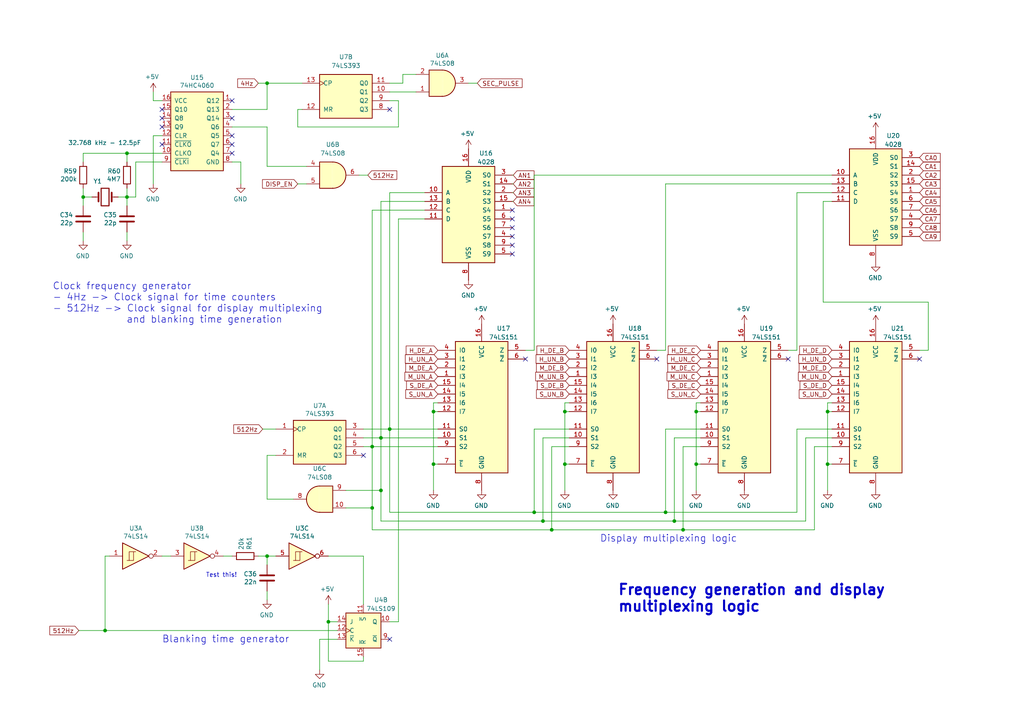
<source format=kicad_sch>
(kicad_sch (version 20211123) (generator eeschema)
  (paper "A4")
  (title_block (title "NixieTTL Clock") (rev "0"))
  (lib_symbols
    (symbol "4xxx:4028" (pin_names (offset 1.016))
      (property "Reference" "U" (at -7.62 13.97 0))
      (property "Value" "4028" (at -7.62 -16.51 0))
      (symbol "4028_1_0"
        (pin output line (at 12.7 0 180) (length 5.08) (name "S4") (number "1"))
        (pin input line (at -12.7 5.08 0) (length 5.08) (name "A") (number "10"))
        (pin input line (at -12.7 -2.54 0) (length 5.08) (name "D") (number "11"))
        (pin input line (at -12.7 0 0) (length 5.08) (name "C") (number "12"))
        (pin input line (at -12.7 2.54 0) (length 5.08) (name "B") (number "13"))
        (pin output line (at 12.7 7.62 180) (length 5.08) (name "S1") (number "14"))
        (pin output line (at 12.7 2.54 180) (length 5.08) (name "S3") (number "15"))
        (pin power_in line (at 0 17.78 270) (length 5.08) (name "VDD") (number "16"))
        (pin output line (at 12.7 5.08 180) (length 5.08) (name "S2") (number "2"))
        (pin output line (at 12.7 10.16 180) (length 5.08) (name "S0") (number "3"))
        (pin output line (at 12.7 -7.62 180) (length 5.08) (name "S7") (number "4"))
        (pin output line (at 12.7 -12.7 180) (length 5.08) (name "S9") (number "5"))
        (pin output line (at 12.7 -2.54 180) (length 5.08) (name "S5") (number "6"))
        (pin output line (at 12.7 -5.08 180) (length 5.08) (name "S6") (number "7"))
        (pin power_in line (at 0 -20.32 90) (length 5.08) (name "VSS") (number "8"))
        (pin output line (at 12.7 -10.16 180) (length 5.08) (name "S8") (number "9"))
      )
      (symbol "4028_1_1"
        (rectangle (start -7.62 12.7) (end 7.62 -15.24) (stroke (width 0.254)) (fill (type background)))
      )
    )
    (symbol "74xx:74LS08" (pin_names (offset 1.016))
      (property "Reference" "U" (at 0 1.27 0))
      (property "Value" "74LS08" (at 0 -1.27 0))
      (symbol "74LS08_1_1"
        (arc (start 0 -3.81) (mid 3.81 0) (end 0 3.81) (stroke (width 0.254)) (fill (type background)))
        (polyline (pts (xy 0 3.81) (xy -3.81 3.81) (xy -3.81 -3.81) (xy 0 -3.81)) (stroke (width 0.254)) (fill (type background)))
        (pin input line (at -7.62 2.54 0) (length 3.81) (name "~") (number "1"))
        (pin input line (at -7.62 -2.54 0) (length 3.81) (name "~") (number "2"))
        (pin output line (at 7.62 0 180) (length 3.81) (name "~") (number "3"))
      )
      (symbol "74LS08_1_2"
        (arc (start -3.81 -3.81) (mid -2.589 0) (end -3.81 3.81) (stroke (width 0.254)))
        (arc (start -0.6096 -3.81) (mid 2.1855 -2.584) (end 3.81 0) (stroke (width 0.254)) (fill (type background)))
        (polyline (pts (xy -3.81 -3.81) (xy -0.635 -3.81)) (stroke (width 0.254)) (fill (type background)))
        (polyline (pts (xy -3.81 3.81) (xy -0.635 3.81)) (stroke (width 0.254)) (fill (type background)))
        (polyline (pts (xy -0.635 3.81) (xy -3.81 3.81) (xy -3.81 3.81) (xy -3.556 3.4036) (xy -3.0226 2.2606) (xy -2.6924 1.0414) (xy -2.6162 -0.254) (xy -2.7686 -1.4986) (xy -3.175 -2.7178) (xy -3.81 -3.81) (xy -3.81 -3.81) (xy -0.635 -3.81)) (stroke (width -25.4)) (fill (type background)))
        (arc (start 3.81 0) (mid 2.1928 2.5925) (end -0.6096 3.81) (stroke (width 0.254)) (fill (type background)))
        (pin input inverted (at -7.62 2.54 0) (length 4.318) (name "~") (number "1"))
        (pin input inverted (at -7.62 -2.54 0) (length 4.318) (name "~") (number "2"))
        (pin output inverted (at 7.62 0 180) (length 3.81) (name "~") (number "3"))
      )
      (symbol "74LS08_2_1"
        (arc (start 0 -3.81) (mid 3.81 0) (end 0 3.81) (stroke (width 0.254)) (fill (type background)))
        (polyline (pts (xy 0 3.81) (xy -3.81 3.81) (xy -3.81 -3.81) (xy 0 -3.81)) (stroke (width 0.254)) (fill (type background)))
        (pin input line (at -7.62 2.54 0) (length 3.81) (name "~") (number "4"))
        (pin input line (at -7.62 -2.54 0) (length 3.81) (name "~") (number "5"))
        (pin output line (at 7.62 0 180) (length 3.81) (name "~") (number "6"))
      )
      (symbol "74LS08_2_2"
        (arc (start -3.81 -3.81) (mid -2.589 0) (end -3.81 3.81) (stroke (width 0.254)))
        (arc (start -0.6096 -3.81) (mid 2.1855 -2.584) (end 3.81 0) (stroke (width 0.254)) (fill (type background)))
        (polyline (pts (xy -3.81 -3.81) (xy -0.635 -3.81)) (stroke (width 0.254)) (fill (type background)))
        (polyline (pts (xy -3.81 3.81) (xy -0.635 3.81)) (stroke (width 0.254)) (fill (type background)))
        (polyline (pts (xy -0.635 3.81) (xy -3.81 3.81) (xy -3.81 3.81) (xy -3.556 3.4036) (xy -3.0226 2.2606) (xy -2.6924 1.0414) (xy -2.6162 -0.254) (xy -2.7686 -1.4986) (xy -3.175 -2.7178) (xy -3.81 -3.81) (xy -3.81 -3.81) (xy -0.635 -3.81)) (stroke (width -25.4)) (fill (type background)))
        (arc (start 3.81 0) (mid 2.1928 2.5925) (end -0.6096 3.81) (stroke (width 0.254)) (fill (type background)))
        (pin input inverted (at -7.62 2.54 0) (length 4.318) (name "~") (number "4"))
        (pin input inverted (at -7.62 -2.54 0) (length 4.318) (name "~") (number "5"))
        (pin output inverted (at 7.62 0 180) (length 3.81) (name "~") (number "6"))
      )
      (symbol "74LS08_3_1"
        (arc (start 0 -3.81) (mid 3.81 0) (end 0 3.81) (stroke (width 0.254)) (fill (type background)))
        (polyline (pts (xy 0 3.81) (xy -3.81 3.81) (xy -3.81 -3.81) (xy 0 -3.81)) (stroke (width 0.254)) (fill (type background)))
        (pin input line (at -7.62 -2.54 0) (length 3.81) (name "~") (number "10"))
        (pin output line (at 7.62 0 180) (length 3.81) (name "~") (number "8"))
        (pin input line (at -7.62 2.54 0) (length 3.81) (name "~") (number "9"))
      )
      (symbol "74LS08_3_2"
        (arc (start -3.81 -3.81) (mid -2.589 0) (end -3.81 3.81) (stroke (width 0.254)))
        (arc (start -0.6096 -3.81) (mid 2.1855 -2.584) (end 3.81 0) (stroke (width 0.254)) (fill (type background)))
        (polyline (pts (xy -3.81 -3.81) (xy -0.635 -3.81)) (stroke (width 0.254)) (fill (type background)))
        (polyline (pts (xy -3.81 3.81) (xy -0.635 3.81)) (stroke (width 0.254)) (fill (type background)))
        (polyline (pts (xy -0.635 3.81) (xy -3.81 3.81) (xy -3.81 3.81) (xy -3.556 3.4036) (xy -3.0226 2.2606) (xy -2.6924 1.0414) (xy -2.6162 -0.254) (xy -2.7686 -1.4986) (xy -3.175 -2.7178) (xy -3.81 -3.81) (xy -3.81 -3.81) (xy -0.635 -3.81)) (stroke (width -25.4)) (fill (type background)))
        (arc (start 3.81 0) (mid 2.1928 2.5925) (end -0.6096 3.81) (stroke (width 0.254)) (fill (type background)))
        (pin input inverted (at -7.62 -2.54 0) (length 4.318) (name "~") (number "10"))
        (pin output inverted (at 7.62 0 180) (length 3.81) (name "~") (number "8"))
        (pin input inverted (at -7.62 2.54 0) (length 4.318) (name "~") (number "9"))
      )
      (symbol "74LS08_4_1"
        (arc (start 0 -3.81) (mid 3.81 0) (end 0 3.81) (stroke (width 0.254)) (fill (type background)))
        (polyline (pts (xy 0 3.81) (xy -3.81 3.81) (xy -3.81 -3.81) (xy 0 -3.81)) (stroke (width 0.254)) (fill (type background)))
        (pin output line (at 7.62 0 180) (length 3.81) (name "~") (number "11"))
        (pin input line (at -7.62 2.54 0) (length 3.81) (name "~") (number "12"))
        (pin input line (at -7.62 -2.54 0) (length 3.81) (name "~") (number "13"))
      )
      (symbol "74LS08_4_2"
        (arc (start -3.81 -3.81) (mid -2.589 0) (end -3.81 3.81) (stroke (width 0.254)))
        (arc (start -0.6096 -3.81) (mid 2.1855 -2.584) (end 3.81 0) (stroke (width 0.254)) (fill (type background)))
        (polyline (pts (xy -3.81 -3.81) (xy -0.635 -3.81)) (stroke (width 0.254)) (fill (type background)))
        (polyline (pts (xy -3.81 3.81) (xy -0.635 3.81)) (stroke (width 0.254)) (fill (type background)))
        (polyline (pts (xy -0.635 3.81) (xy -3.81 3.81) (xy -3.81 3.81) (xy -3.556 3.4036) (xy -3.0226 2.2606) (xy -2.6924 1.0414) (xy -2.6162 -0.254) (xy -2.7686 -1.4986) (xy -3.175 -2.7178) (xy -3.81 -3.81) (xy -3.81 -3.81) (xy -0.635 -3.81)) (stroke (width -25.4)) (fill (type background)))
        (arc (start 3.81 0) (mid 2.1928 2.5925) (end -0.6096 3.81) (stroke (width 0.254)) (fill (type background)))
        (pin output inverted (at 7.62 0 180) (length 3.81) (name "~") (number "11"))
        (pin input inverted (at -7.62 2.54 0) (length 4.318) (name "~") (number "12"))
        (pin input inverted (at -7.62 -2.54 0) (length 4.318) (name "~") (number "13"))
      )
      (symbol "74LS08_5_0"
        (pin power_in line (at 0 12.7 270) (length 5.08) (name "VCC") (number "14"))
        (pin power_in line (at 0 -12.7 90) (length 5.08) (name "GND") (number "7"))
      )
      (symbol "74LS08_5_1"
        (rectangle (start -5.08 7.62) (end 5.08 -7.62) (stroke (width 0.254)) (fill (type background)))
      )
    )
    (symbol "74xx:74LS109" (pin_names (offset 1.016))
      (property "Reference" "U" (at -7.62 8.89 0))
      (property "Value" "74LS109" (at -7.62 -8.89 0))
      (symbol "74LS109_1_0"
        (pin input line (at 0 -7.62 90) (length 2.54) (name "~{R}") (number "1"))
        (pin input line (at -7.62 2.54 0) (length 2.54) (name "J") (number "2"))
        (pin input line (at -7.62 -2.54 0) (length 2.54) (name "~{K}") (number "3"))
        (pin input clock (at -7.62 0 0) (length 2.54) (name "C") (number "4"))
        (pin input line (at 0 7.62 270) (length 2.54) (name "~{S}") (number "5"))
        (pin output line (at 7.62 2.54 180) (length 2.54) (name "Q") (number "6"))
        (pin output line (at 7.62 -2.54 180) (length 2.54) (name "~{Q}") (number "7"))
      )
      (symbol "74LS109_1_1"
        (rectangle (start -5.08 5.08) (end 5.08 -5.08) (stroke (width 0.254)) (fill (type background)))
      )
      (symbol "74LS109_2_0"
        (pin output line (at 7.62 2.54 180) (length 2.54) (name "Q") (number "10"))
        (pin input line (at 0 7.62 270) (length 2.54) (name "~{S}") (number "11"))
        (pin input clock (at -7.62 0 0) (length 2.54) (name "C") (number "12"))
        (pin input line (at -7.62 -2.54 0) (length 2.54) (name "~{K}") (number "13"))
        (pin input line (at -7.62 2.54 0) (length 2.54) (name "J") (number "14"))
        (pin input line (at 0 -7.62 90) (length 2.54) (name "~{R}") (number "15"))
        (pin output line (at 7.62 -2.54 180) (length 2.54) (name "~{Q}") (number "9"))
      )
      (symbol "74LS109_2_1"
        (rectangle (start -5.08 5.08) (end 5.08 -5.08) (stroke (width 0.254)) (fill (type background)))
      )
      (symbol "74LS109_3_0"
        (pin power_in line (at 0 10.16 270) (length 2.54) (name "VCC") (number "16"))
        (pin power_in line (at 0 -10.16 90) (length 2.54) (name "GND") (number "8"))
      )
      (symbol "74LS109_3_1"
        (rectangle (start -5.08 7.62) (end 5.08 -7.62) (stroke (width 0.254)) (fill (type background)))
      )
    )
    (symbol "74xx:74LS14" (pin_names (offset 1.016))
      (property "Reference" "U" (at 0 1.27 0))
      (property "Value" "74LS14" (at 0 -1.27 0))
      (symbol "74LS14_1_0"
        (polyline (pts (xy -3.81 3.81) (xy -3.81 -3.81) (xy 3.81 0) (xy -3.81 3.81)) (stroke (width 0.254)) (fill (type background)))
        (pin input line (at -7.62 0 0) (length 3.81) (name "~") (number "1"))
        (pin output inverted (at 7.62 0 180) (length 3.81) (name "~") (number "2"))
      )
      (symbol "74LS14_1_1"
        (polyline (pts (xy -1.905 -1.27) (xy -1.905 1.27) (xy -0.635 1.27)))
        (polyline (pts (xy -2.54 -1.27) (xy -0.635 -1.27) (xy -0.635 1.27) (xy 0 1.27)))
      )
      (symbol "74LS14_2_0"
        (polyline (pts (xy -3.81 3.81) (xy -3.81 -3.81) (xy 3.81 0) (xy -3.81 3.81)) (stroke (width 0.254)) (fill (type background)))
        (pin input line (at -7.62 0 0) (length 3.81) (name "~") (number "3"))
        (pin output inverted (at 7.62 0 180) (length 3.81) (name "~") (number "4"))
      )
      (symbol "74LS14_2_1"
        (polyline (pts (xy -1.905 -1.27) (xy -1.905 1.27) (xy -0.635 1.27)))
        (polyline (pts (xy -2.54 -1.27) (xy -0.635 -1.27) (xy -0.635 1.27) (xy 0 1.27)))
      )
      (symbol "74LS14_3_0"
        (polyline (pts (xy -3.81 3.81) (xy -3.81 -3.81) (xy 3.81 0) (xy -3.81 3.81)) (stroke (width 0.254)) (fill (type background)))
        (pin input line (at -7.62 0 0) (length 3.81) (name "~") (number "5"))
        (pin output inverted (at 7.62 0 180) (length 3.81) (name "~") (number "6"))
      )
      (symbol "74LS14_3_1"
        (polyline (pts (xy -1.905 -1.27) (xy -1.905 1.27) (xy -0.635 1.27)))
        (polyline (pts (xy -2.54 -1.27) (xy -0.635 -1.27) (xy -0.635 1.27) (xy 0 1.27)))
      )
      (symbol "74LS14_4_0"
        (polyline (pts (xy -3.81 3.81) (xy -3.81 -3.81) (xy 3.81 0) (xy -3.81 3.81)) (stroke (width 0.254)) (fill (type background)))
        (pin output inverted (at 7.62 0 180) (length 3.81) (name "~") (number "8"))
        (pin input line (at -7.62 0 0) (length 3.81) (name "~") (number "9"))
      )
      (symbol "74LS14_4_1"
        (polyline (pts (xy -1.905 -1.27) (xy -1.905 1.27) (xy -0.635 1.27)))
        (polyline (pts (xy -2.54 -1.27) (xy -0.635 -1.27) (xy -0.635 1.27) (xy 0 1.27)))
      )
      (symbol "74LS14_5_0"
        (polyline (pts (xy -3.81 3.81) (xy -3.81 -3.81) (xy 3.81 0) (xy -3.81 3.81)) (stroke (width 0.254)) (fill (type background)))
        (pin output inverted (at 7.62 0 180) (length 3.81) (name "~") (number "10"))
        (pin input line (at -7.62 0 0) (length 3.81) (name "~") (number "11"))
      )
      (symbol "74LS14_5_1"
        (polyline (pts (xy -1.905 -1.27) (xy -1.905 1.27) (xy -0.635 1.27)))
        (polyline (pts (xy -2.54 -1.27) (xy -0.635 -1.27) (xy -0.635 1.27) (xy 0 1.27)))
      )
      (symbol "74LS14_6_0"
        (polyline (pts (xy -3.81 3.81) (xy -3.81 -3.81) (xy 3.81 0) (xy -3.81 3.81)) (stroke (width 0.254)) (fill (type background)))
        (pin output inverted (at 7.62 0 180) (length 3.81) (name "~") (number "12"))
        (pin input line (at -7.62 0 0) (length 3.81) (name "~") (number "13"))
      )
      (symbol "74LS14_6_1"
        (polyline (pts (xy -1.905 -1.27) (xy -1.905 1.27) (xy -0.635 1.27)))
        (polyline (pts (xy -2.54 -1.27) (xy -0.635 -1.27) (xy -0.635 1.27) (xy 0 1.27)))
      )
      (symbol "74LS14_7_0"
        (pin power_in line (at 0 12.7 270) (length 5.08) (name "VCC") (number "14"))
        (pin power_in line (at 0 -12.7 90) (length 5.08) (name "GND") (number "7"))
      )
      (symbol "74LS14_7_1"
        (rectangle (start -5.08 7.62) (end 5.08 -7.62) (stroke (width 0.254)) (fill (type background)))
      )
    )
    (symbol "74xx:74LS151" (pin_names (offset 1.016))
      (property "Reference" "U" (at -7.62 19.05 0))
      (property "Value" "74LS151" (at -7.62 -21.59 0))
      (symbol "74LS151_1_0"
        (pin input line (at -12.7 7.62 0) (length 5.08) (name "I3") (number "1"))
        (pin input line (at -12.7 -10.16 0) (length 5.08) (name "S1") (number "10"))
        (pin input line (at -12.7 -7.62 0) (length 5.08) (name "S0") (number "11"))
        (pin input line (at -12.7 -2.54 0) (length 5.08) (name "I7") (number "12"))
        (pin input line (at -12.7 0 0) (length 5.08) (name "I6") (number "13"))
        (pin input line (at -12.7 2.54 0) (length 5.08) (name "I5") (number "14"))
        (pin input line (at -12.7 5.08 0) (length 5.08) (name "I4") (number "15"))
        (pin power_in line (at 0 22.86 270) (length 5.08) (name "VCC") (number "16"))
        (pin input line (at -12.7 10.16 0) (length 5.08) (name "I2") (number "2"))
        (pin input line (at -12.7 12.7 0) (length 5.08) (name "I1") (number "3"))
        (pin input line (at -12.7 15.24 0) (length 5.08) (name "I0") (number "4"))
        (pin output line (at 12.7 15.24 180) (length 5.08) (name "Z") (number "5"))
        (pin output line (at 12.7 12.7 180) (length 5.08) (name "~{Z}") (number "6"))
        (pin input line (at -12.7 -17.78 0) (length 5.08) (name "~{E}") (number "7"))
        (pin power_in line (at 0 -25.4 90) (length 5.08) (name "GND") (number "8"))
        (pin input line (at -12.7 -12.7 0) (length 5.08) (name "S2") (number "9"))
      )
      (symbol "74LS151_1_1"
        (rectangle (start -7.62 17.78) (end 7.62 -20.32) (stroke (width 0.254)) (fill (type background)))
      )
    )
    (symbol "74xx:74LS393" (pin_names (offset 1.016))
      (property "Reference" "U" (at -7.62 8.89 0))
      (property "Value" "74LS393" (at -7.62 -8.89 0))
      (symbol "74LS393_1_0"
        (pin input clock (at -12.7 2.54 0) (length 5.08) (name "CP") (number "1"))
        (pin input line (at -12.7 -5.08 0) (length 5.08) (name "MR") (number "2"))
        (pin output line (at 12.7 2.54 180) (length 5.08) (name "Q0") (number "3"))
        (pin output line (at 12.7 0 180) (length 5.08) (name "Q1") (number "4"))
        (pin output line (at 12.7 -2.54 180) (length 5.08) (name "Q2") (number "5"))
        (pin output line (at 12.7 -5.08 180) (length 5.08) (name "Q3") (number "6"))
      )
      (symbol "74LS393_1_1"
        (rectangle (start -7.62 5.08) (end 7.62 -7.62) (stroke (width 0.254)) (fill (type background)))
      )
      (symbol "74LS393_2_0"
        (pin output line (at 12.7 0 180) (length 5.08) (name "Q1") (number "10"))
        (pin output line (at 12.7 2.54 180) (length 5.08) (name "Q0") (number "11"))
        (pin input line (at -12.7 -5.08 0) (length 5.08) (name "MR") (number "12"))
        (pin input clock (at -12.7 2.54 0) (length 5.08) (name "CP") (number "13"))
        (pin output line (at 12.7 -5.08 180) (length 5.08) (name "Q3") (number "8"))
        (pin output line (at 12.7 -2.54 180) (length 5.08) (name "Q2") (number "9"))
      )
      (symbol "74LS393_2_1"
        (rectangle (start -7.62 5.08) (end 7.62 -7.62) (stroke (width 0.254)) (fill (type background)))
      )
      (symbol "74LS393_3_0"
        (pin power_in line (at 0 12.7 270) (length 5.08) (name "VCC") (number "14"))
        (pin power_in line (at 0 -12.7 90) (length 5.08) (name "GND") (number "7"))
      )
      (symbol "74LS393_3_1"
        (rectangle (start -5.08 7.62) (end 5.08 -7.62) (stroke (width 0.254)) (fill (type background)))
      )
    )
    (symbol "Device:C" (pin_numbers hide) (pin_names (offset 0.254))
      (property "Reference" "C" (at 0.635 2.54 0))
      (property "Value" "C" (at 0.635 -2.54 0))
      (symbol "C_0_1"
        (polyline (pts (xy -2.032 -0.762) (xy 2.032 -0.762)) (stroke (width 0.508)))
        (polyline (pts (xy -2.032 0.762) (xy 2.032 0.762)) (stroke (width 0.508)))
      )
      (symbol "C_1_1"
        (pin passive line (at 0 3.81 270) (length 2.794) (name "~") (number "1"))
        (pin passive line (at 0 -3.81 90) (length 2.794) (name "~") (number "2"))
      )
    )
    (symbol "Device:Crystal" (pin_numbers hide) (pin_names (offset 1.016) hide)
      (property "Reference" "Y" (at 0 3.81 0))
      (property "Value" "Crystal" (at 0 -3.81 0))
      (symbol "Crystal_0_1"
        (rectangle (start -1.143 2.54) (end 1.143 -2.54) (stroke (width 0.3048)))
        (polyline (pts (xy -2.54 0) (xy -1.905 0)))
        (polyline (pts (xy -1.905 -1.27) (xy -1.905 1.27)) (stroke (width 0.508)))
        (polyline (pts (xy 1.905 -1.27) (xy 1.905 1.27)) (stroke (width 0.508)))
        (polyline (pts (xy 2.54 0) (xy 1.905 0)))
      )
      (symbol "Crystal_1_1"
        (pin passive line (at -3.81 0 0) (length 1.27) (name "1") (number "1"))
        (pin passive line (at 3.81 0 180) (length 1.27) (name "2") (number "2"))
      )
    )
    (symbol "Device:R" (pin_numbers hide) (pin_names (offset 0))
      (property "Reference" "R" (at 2.032 0 90))
      (property "Value" "R" (at 0 0 90))
      (symbol "R_0_1"
        (rectangle (start -1.016 -2.54) (end 1.016 2.54) (stroke (width 0.254)))
      )
      (symbol "R_1_1"
        (pin passive line (at 0 3.81 270) (length 1.27) (name "~") (number "1"))
        (pin passive line (at 0 -3.81 90) (length 1.27) (name "~") (number "2"))
      )
    )
    (symbol "NixieClock:74HC4060" (pin_names (offset 1.016))
      (property "Reference" "U" (at 0 15.24 0))
      (property "Value" "74HC4060" (at 0 12.7 0))
      (symbol "74HC4060_0_1"
        (rectangle (start -7.62 11.43) (end 7.62 -11.43) (stroke (width 0.254)) (fill (type background)))
      )
      (symbol "74HC4060_1_1"
        (pin output line (at -10.16 8.89 0) (length 2.54) (name "Q12") (number "1"))
        (pin passive line (at 10.16 -6.35 180) (length 2.54) (name "CLKO") (number "10"))
        (pin passive line (at 10.16 -3.81 180) (length 2.54) (name "~{CLKO}") (number "11"))
        (pin input line (at 10.16 -1.27 180) (length 2.54) (name "CLR") (number "12"))
        (pin output line (at 10.16 1.27 180) (length 2.54) (name "Q9") (number "13"))
        (pin output line (at 10.16 3.81 180) (length 2.54) (name "Q8") (number "14"))
        (pin output line (at 10.16 6.35 180) (length 2.54) (name "Q10") (number "15"))
        (pin power_in line (at 10.16 8.89 180) (length 2.54) (name "VCC") (number "16"))
        (pin output line (at -10.16 6.35 0) (length 2.54) (name "Q13") (number "2"))
        (pin output line (at -10.16 3.81 0) (length 2.54) (name "Q14") (number "3"))
        (pin output line (at -10.16 1.27 0) (length 2.54) (name "Q6") (number "4"))
        (pin output line (at -10.16 -1.27 0) (length 2.54) (name "Q5") (number "5"))
        (pin output line (at -10.16 -3.81 0) (length 2.54) (name "Q7") (number "6"))
        (pin output line (at -10.16 -6.35 0) (length 2.54) (name "Q4") (number "7"))
        (pin power_in line (at -10.16 -8.89 0) (length 2.54) (name "GND") (number "8"))
        (pin passive line (at 10.16 -8.89 180) (length 2.54) (name "~{CLKI}") (number "9"))
      )
    )
    (symbol "power:+5V" (power) (pin_names (offset 0))
      (property "Value" "+5V" (at 0 3.556 0))
      (symbol "+5V_0_1"
        (polyline (pts (xy -0.762 1.27) (xy 0 2.54)))
        (polyline (pts (xy 0 0) (xy 0 2.54)))
        (polyline (pts (xy 0 2.54) (xy 0.762 1.27)))
      )
      (symbol "+5V_1_1"
        (pin power_in line (at 0 0 90) (length 0) hide (name "+5V") (number "1"))
      )
    )
    (symbol "power:GND" (power) (pin_names (offset 0))
      (property "Value" "GND" (at 0 -3.81 0))
      (symbol "GND_0_1"
        (polyline (pts (xy 0 0) (xy 0 -1.27) (xy 1.27 -1.27) (xy 0 -2.54) (xy -1.27 -1.27) (xy 0 -1.27)))
      )
      (symbol "GND_1_1"
        (pin power_in line (at 0 0 270) (length 0) hide (name "GND") (number "1"))
      )
    )
  )
  (junction (at 77.47 24.13))
  (junction (at 201.93 134.62))
  (junction (at 195.58 151.13))
  (junction (at 163.83 134.62))
  (junction (at 125.73 119.38))
  (junction (at 107.95 147.32))
  (junction (at 110.49 127))
  (junction (at 240.03 119.38))
  (junction (at 36.83 44.45))
  (junction (at 201.93 119.38))
  (junction (at 163.83 119.38))
  (junction (at 110.49 142.24))
  (junction (at 125.73 134.62))
  (junction (at 160.02 153.67))
  (junction (at 157.48 151.13))
  (junction (at 95.25 180.34))
  (junction (at 107.95 129.54))
  (junction (at 77.47 161.29))
  (junction (at 240.03 134.62))
  (junction (at 36.83 57.15))
  (junction (at 24.13 57.15))
  (junction (at 30.48 182.88))
  (junction (at 198.12 153.67))
  (junction (at 193.04 148.59))
  (junction (at 113.03 124.46))
  (junction (at 154.94 148.59))
  (no_connect (at 148.59 71.12))
  (no_connect (at 46.99 31.75))
  (no_connect (at 67.31 39.37))
  (no_connect (at 67.31 41.91))
  (no_connect (at 67.31 29.21))
  (no_connect (at 105.41 132.08))
  (no_connect (at 266.7 104.14))
  (no_connect (at 67.31 44.45))
  (no_connect (at 67.31 34.29))
  (no_connect (at 148.59 63.5))
  (no_connect (at 148.59 60.96))
  (no_connect (at 113.03 31.75))
  (no_connect (at 152.4 104.14))
  (no_connect (at 148.59 68.58))
  (no_connect (at 46.99 34.29))
  (no_connect (at 148.59 66.04))
  (no_connect (at 148.59 73.66))
  (no_connect (at 190.5 104.14))
  (no_connect (at 228.6 104.14))
  (no_connect (at 46.99 36.83))
  (no_connect (at 46.99 41.91))
  (no_connect (at 113.03 185.42))
  (wire (pts (xy 44.45 29.21) (xy 44.45 26.67)))
  (wire (pts (xy 123.19 58.42) (xy 110.49 58.42)))
  (wire (pts (xy 201.93 134.62) (xy 201.93 119.38)))
  (wire (pts (xy 127 124.46) (xy 113.03 124.46)))
  (wire (pts (xy 107.95 147.32) (xy 107.95 153.67)))
  (wire (pts (xy 76.2 124.46) (xy 80.01 124.46)))
  (wire (pts (xy 198.12 153.67) (xy 160.02 153.67)))
  (wire (pts (xy 97.79 185.42) (xy 92.71 185.42)))
  (wire (pts (xy 36.83 57.15) (xy 36.83 59.69)))
  (wire (pts (xy 193.04 53.34) (xy 241.3 53.34)))
  (wire (pts (xy 86.36 36.83) (xy 86.36 31.75)))
  (wire (pts (xy 36.83 67.31) (xy 36.83 69.85)))
  (wire (pts (xy 110.49 127) (xy 127 127)))
  (wire (pts (xy 77.47 144.78) (xy 85.09 144.78)))
  (wire (pts (xy 26.67 57.15) (xy 24.13 57.15)))
  (wire (pts (xy 201.93 142.24) (xy 201.93 134.62)))
  (wire (pts (xy 86.36 31.75) (xy 87.63 31.75)))
  (wire (pts (xy 148.844 55.88) (xy 148.59 55.88)))
  (wire (pts (xy 100.33 147.32) (xy 107.95 147.32)))
  (wire (pts (xy 107.95 129.54) (xy 107.95 147.32)))
  (wire (pts (xy 228.6 101.6) (xy 231.14 101.6)))
  (wire (pts (xy 125.73 119.38) (xy 125.73 116.84)))
  (wire (pts (xy 106.68 50.8) (xy 104.14 50.8)))
  (wire (pts (xy 107.95 153.67) (xy 160.02 153.67)))
  (wire (pts (xy 201.93 134.62) (xy 203.2 134.62)))
  (wire (pts (xy 77.47 132.08) (xy 77.47 144.78)))
  (wire (pts (xy 201.93 119.38) (xy 203.2 119.38)))
  (wire (pts (xy 241.3 124.46) (xy 231.14 124.46)))
  (wire (pts (xy 154.94 124.46) (xy 154.94 148.59)))
  (wire (pts (xy 116.84 21.59) (xy 116.84 24.13)))
  (wire (pts (xy 163.83 116.84) (xy 165.1 116.84)))
  (wire (pts (xy 125.73 142.24) (xy 125.73 134.62)))
  (wire (pts (xy 201.93 116.84) (xy 203.2 116.84)))
  (wire (pts (xy 115.57 36.83) (xy 86.36 36.83)))
  (wire (pts (xy 46.99 29.21) (xy 44.45 29.21)))
  (wire (pts (xy 163.83 142.24) (xy 163.83 134.62)))
  (wire (pts (xy 39.37 46.99) (xy 46.99 46.99)))
  (wire (pts (xy 238.76 58.42) (xy 238.76 87.63)))
  (wire (pts (xy 77.47 24.13) (xy 87.63 24.13)))
  (wire (pts (xy 95.25 191.77) (xy 95.25 180.34)))
  (wire (pts (xy 36.83 44.45) (xy 36.83 46.99)))
  (wire (pts (xy 195.58 127) (xy 195.58 151.13)))
  (wire (pts (xy 231.14 124.46) (xy 231.14 148.59)))
  (wire (pts (xy 46.99 44.45) (xy 36.83 44.45)))
  (wire (pts (xy 67.31 31.75) (xy 77.47 31.75)))
  (wire (pts (xy 88.9 48.26) (xy 77.47 48.26)))
  (wire (pts (xy 69.85 46.99) (xy 67.31 46.99)))
  (wire (pts (xy 240.03 134.62) (xy 240.03 119.38)))
  (wire (pts (xy 240.03 134.62) (xy 241.3 134.62)))
  (wire (pts (xy 24.13 44.45) (xy 24.13 46.99)))
  (wire (pts (xy 157.48 151.13) (xy 195.58 151.13)))
  (wire (pts (xy 148.844 50.8) (xy 148.59 50.8)))
  (wire (pts (xy 113.03 24.13) (xy 116.84 24.13)))
  (wire (pts (xy 113.03 124.46) (xy 105.41 124.46)))
  (wire (pts (xy 44.45 39.37) (xy 46.99 39.37)))
  (wire (pts (xy 115.57 63.5) (xy 123.19 63.5)))
  (wire (pts (xy 190.5 101.6) (xy 193.04 101.6)))
  (wire (pts (xy 269.24 87.63) (xy 269.24 101.6)))
  (wire (pts (xy 36.83 57.15) (xy 39.37 57.15)))
  (wire (pts (xy 165.1 127) (xy 157.48 127)))
  (wire (pts (xy 233.68 127) (xy 233.68 151.13)))
  (wire (pts (xy 113.03 29.21) (xy 115.57 29.21)))
  (wire (pts (xy 135.89 24.13) (xy 138.43 24.13)))
  (wire (pts (xy 115.57 29.21) (xy 115.57 36.83)))
  (wire (pts (xy 69.85 53.34) (xy 69.85 46.99)))
  (wire (pts (xy 203.2 127) (xy 195.58 127)))
  (wire (pts (xy 113.03 26.67) (xy 120.65 26.67)))
  (wire (pts (xy 148.844 58.42) (xy 148.59 58.42)))
  (wire (pts (xy 77.47 24.13) (xy 77.47 31.75)))
  (wire (pts (xy 105.41 190.5) (xy 105.41 191.77)))
  (wire (pts (xy 107.95 129.54) (xy 105.41 129.54)))
  (wire (pts (xy 107.95 60.96) (xy 107.95 129.54)))
  (wire (pts (xy 30.48 182.88) (xy 30.48 161.29)))
  (wire (pts (xy 77.47 161.29) (xy 80.01 161.29)))
  (wire (pts (xy 125.73 116.84) (xy 127 116.84)))
  (wire (pts (xy 64.77 161.29) (xy 67.31 161.29)))
  (wire (pts (xy 241.3 129.54) (xy 236.22 129.54)))
  (wire (pts (xy 30.48 182.88) (xy 22.86 182.88)))
  (wire (pts (xy 236.22 129.54) (xy 236.22 153.67)))
  (wire (pts (xy 113.03 124.46) (xy 113.03 148.59)))
  (wire (pts (xy 163.83 134.62) (xy 163.83 119.38)))
  (wire (pts (xy 148.844 53.34) (xy 148.59 53.34)))
  (wire (pts (xy 110.49 58.42) (xy 110.49 127)))
  (wire (pts (xy 240.03 142.24) (xy 240.03 134.62)))
  (wire (pts (xy 160.02 129.54) (xy 160.02 153.67)))
  (wire (pts (xy 154.94 50.8) (xy 154.94 101.6)))
  (wire (pts (xy 240.03 119.38) (xy 240.03 116.84)))
  (wire (pts (xy 24.13 54.61) (xy 24.13 57.15)))
  (wire (pts (xy 105.41 161.29) (xy 95.25 161.29)))
  (wire (pts (xy 203.2 124.46) (xy 193.04 124.46)))
  (wire (pts (xy 201.93 119.38) (xy 201.93 116.84)))
  (wire (pts (xy 107.95 60.96) (xy 123.19 60.96)))
  (wire (pts (xy 198.12 129.54) (xy 198.12 153.67)))
  (wire (pts (xy 46.99 161.29) (xy 49.53 161.29)))
  (wire (pts (xy 113.03 148.59) (xy 154.94 148.59)))
  (wire (pts (xy 97.79 182.88) (xy 30.48 182.88)))
  (wire (pts (xy 193.04 124.46) (xy 193.04 148.59)))
  (wire (pts (xy 165.1 124.46) (xy 154.94 124.46)))
  (wire (pts (xy 67.31 36.83) (xy 77.47 36.83)))
  (wire (pts (xy 125.73 134.62) (xy 127 134.62)))
  (wire (pts (xy 127 129.54) (xy 107.95 129.54)))
  (wire (pts (xy 24.13 67.31) (xy 24.13 69.85)))
  (wire (pts (xy 113.03 124.46) (xy 113.03 55.88)))
  (wire (pts (xy 105.41 127) (xy 110.49 127)))
  (wire (pts (xy 240.03 119.38) (xy 241.3 119.38)))
  (wire (pts (xy 36.83 44.45) (xy 24.13 44.45)))
  (wire (pts (xy 110.49 151.13) (xy 157.48 151.13)))
  (wire (pts (xy 95.25 180.34) (xy 95.25 175.26)))
  (wire (pts (xy 193.04 148.59) (xy 231.14 148.59)))
  (wire (pts (xy 125.73 134.62) (xy 125.73 119.38)))
  (wire (pts (xy 113.03 180.34) (xy 115.57 180.34)))
  (wire (pts (xy 165.1 129.54) (xy 160.02 129.54)))
  (wire (pts (xy 238.76 87.63) (xy 269.24 87.63)))
  (wire (pts (xy 105.41 175.26) (xy 105.41 161.29)))
  (wire (pts (xy 80.01 132.08) (xy 77.47 132.08)))
  (wire (pts (xy 105.41 191.77) (xy 95.25 191.77)))
  (wire (pts (xy 154.94 148.59) (xy 193.04 148.59)))
  (wire (pts (xy 39.37 57.15) (xy 39.37 46.99)))
  (wire (pts (xy 74.93 24.13) (xy 77.47 24.13)))
  (wire (pts (xy 74.93 161.29) (xy 77.47 161.29)))
  (wire (pts (xy 110.49 142.24) (xy 110.49 151.13)))
  (wire (pts (xy 241.3 58.42) (xy 238.76 58.42)))
  (wire (pts (xy 240.03 116.84) (xy 241.3 116.84)))
  (wire (pts (xy 77.47 173.99) (xy 77.47 171.45)))
  (wire (pts (xy 86.36 53.34) (xy 88.9 53.34)))
  (wire (pts (xy 77.47 48.26) (xy 77.47 36.83)))
  (wire (pts (xy 163.83 119.38) (xy 165.1 119.38)))
  (wire (pts (xy 77.47 163.83) (xy 77.47 161.29)))
  (wire (pts (xy 95.25 180.34) (xy 97.79 180.34)))
  (wire (pts (xy 163.83 134.62) (xy 165.1 134.62)))
  (wire (pts (xy 92.71 185.42) (xy 92.71 194.31)))
  (wire (pts (xy 30.48 161.29) (xy 31.75 161.29)))
  (wire (pts (xy 231.14 55.88) (xy 241.3 55.88)))
  (wire (pts (xy 110.49 127) (xy 110.49 142.24)))
  (wire (pts (xy 36.83 54.61) (xy 36.83 57.15)))
  (wire (pts (xy 195.58 151.13) (xy 233.68 151.13)))
  (wire (pts (xy 193.04 101.6) (xy 193.04 53.34)))
  (wire (pts (xy 44.45 53.34) (xy 44.45 39.37)))
  (wire (pts (xy 125.73 119.38) (xy 127 119.38)))
  (wire (pts (xy 198.12 153.67) (xy 236.22 153.67)))
  (wire (pts (xy 100.33 142.24) (xy 110.49 142.24)))
  (wire (pts (xy 163.83 119.38) (xy 163.83 116.84)))
  (wire (pts (xy 269.24 101.6) (xy 266.7 101.6)))
  (wire (pts (xy 152.4 101.6) (xy 154.94 101.6)))
  (wire (pts (xy 34.29 57.15) (xy 36.83 57.15)))
  (wire (pts (xy 120.65 21.59) (xy 116.84 21.59)))
  (wire (pts (xy 203.2 129.54) (xy 198.12 129.54)))
  (wire (pts (xy 113.03 55.88) (xy 123.19 55.88)))
  (wire (pts (xy 231.14 55.88) (xy 231.14 101.6)))
  (wire (pts (xy 241.3 127) (xy 233.68 127)))
  (wire (pts (xy 115.57 180.34) (xy 115.57 63.5)))
  (wire (pts (xy 154.94 50.8) (xy 241.3 50.8)))
  (wire (pts (xy 157.48 127) (xy 157.48 151.13)))
  (wire (pts (xy 24.13 57.15) (xy 24.13 59.69)))
  (text "Clock frequency generator\n- 4Hz -> Clock signal for time counters\n- 512Hz -> Clock signal for display multiplexing\n              and blanking time generation" (at 15.24 93.98 0) (effects (font (size 2.0066 2.0066)) (justify left bottom)))
  (text "Display multiplexing logic" (at 173.99 157.48 0) (effects (font (size 2.0066 2.0066)) (justify left bottom)))
  (text "Test this!" (at 59.69 167.64 0) (effects (font (size 1.27 1.27)) (justify left bottom)))
  (text "Blanking time generator" (at 46.99 186.69 0) (effects (font (size 2.0066 2.0066)) (justify left bottom)))
  (text "Frequency generation and display \nmultiplexing logic" (at 179.07 177.8 0) (effects (font (size 2.9972 2.9972) (thickness 0.5994) bold) (justify left bottom)))
  (global_label "H_UN_D" (shape input) (at 241.3 104.14 180) (property "Intersheet References" "${INTERSHEET_REFS}" (effects hide)))
  (global_label "CA5" (shape input) (at 266.7 58.42 0) (property "Intersheet References" "${INTERSHEET_REFS}" (effects hide)))
  (global_label "M_UN_B" (shape input) (at 165.1 109.22 180) (property "Intersheet References" "${INTERSHEET_REFS}" (effects hide)))
  (global_label "DISP_EN" (shape input) (at 86.36 53.34 180) (property "Intersheet References" "${INTERSHEET_REFS}" (effects hide)))
  (global_label "SEC_PULSE" (shape input) (at 138.43 24.13 0) (property "Intersheet References" "${INTERSHEET_REFS}" (effects hide)))
  (global_label "CA1" (shape input) (at 266.7 48.26 0) (property "Intersheet References" "${INTERSHEET_REFS}" (effects hide)))
  (global_label "512Hz" (shape input) (at 106.68 50.8 0) (property "Intersheet References" "${INTERSHEET_REFS}" (effects hide)))
  (global_label "M_UN_C" (shape input) (at 203.2 109.22 180) (property "Intersheet References" "${INTERSHEET_REFS}" (effects hide)))
  (global_label "AN3" (shape input) (at 148.844 55.88 0) (property "Intersheet References" "${INTERSHEET_REFS}" (effects hide)))
  (global_label "S_DE_D" (shape input) (at 241.3 111.76 180) (property "Intersheet References" "${INTERSHEET_REFS}" (effects hide)))
  (global_label "M_DE_C" (shape input) (at 203.2 106.68 180) (property "Intersheet References" "${INTERSHEET_REFS}" (effects hide)))
  (global_label "512Hz" (shape input) (at 76.2 124.46 180) (property "Intersheet References" "${INTERSHEET_REFS}" (effects hide)))
  (global_label "S_UN_B" (shape input) (at 165.1 114.3 180) (property "Intersheet References" "${INTERSHEET_REFS}" (effects hide)))
  (global_label "S_DE_B" (shape input) (at 165.1 111.76 180) (property "Intersheet References" "${INTERSHEET_REFS}" (effects hide)))
  (global_label "S_DE_C" (shape input) (at 203.2 111.76 180) (property "Intersheet References" "${INTERSHEET_REFS}" (effects hide)))
  (global_label "CA6" (shape input) (at 266.7 60.96 0) (property "Intersheet References" "${INTERSHEET_REFS}" (effects hide)))
  (global_label "H_UN_A" (shape input) (at 127 104.14 180) (property "Intersheet References" "${INTERSHEET_REFS}" (effects hide)))
  (global_label "H_DE_D" (shape input) (at 241.3 101.6 180) (property "Intersheet References" "${INTERSHEET_REFS}" (effects hide)))
  (global_label "M_DE_B" (shape input) (at 165.1 106.68 180) (property "Intersheet References" "${INTERSHEET_REFS}" (effects hide)))
  (global_label "S_DE_A" (shape input) (at 127 111.76 180) (property "Intersheet References" "${INTERSHEET_REFS}" (effects hide)))
  (global_label "CA7" (shape input) (at 266.7 63.5 0) (property "Intersheet References" "${INTERSHEET_REFS}" (effects hide)))
  (global_label "M_DE_A" (shape input) (at 127 106.68 180) (property "Intersheet References" "${INTERSHEET_REFS}" (effects hide)))
  (global_label "CA3" (shape input) (at 266.7 53.34 0) (property "Intersheet References" "${INTERSHEET_REFS}" (effects hide)))
  (global_label "CA0" (shape input) (at 266.7 45.72 0) (property "Intersheet References" "${INTERSHEET_REFS}" (effects hide)))
  (global_label "M_DE_D" (shape input) (at 241.3 106.68 180) (property "Intersheet References" "${INTERSHEET_REFS}" (effects hide)))
  (global_label "H_UN_B" (shape input) (at 165.1 104.14 180) (property "Intersheet References" "${INTERSHEET_REFS}" (effects hide)))
  (global_label "CA2" (shape input) (at 266.7 50.8 0) (property "Intersheet References" "${INTERSHEET_REFS}" (effects hide)))
  (global_label "AN1" (shape input) (at 148.844 50.8 0) (property "Intersheet References" "${INTERSHEET_REFS}" (effects hide)))
  (global_label "H_DE_B" (shape input) (at 165.1 101.6 180) (property "Intersheet References" "${INTERSHEET_REFS}" (effects hide)))
  (global_label "S_UN_C" (shape input) (at 203.2 114.3 180) (property "Intersheet References" "${INTERSHEET_REFS}" (effects hide)))
  (global_label "S_UN_A" (shape input) (at 127 114.3 180) (property "Intersheet References" "${INTERSHEET_REFS}" (effects hide)))
  (global_label "S_UN_D" (shape input) (at 241.3 114.3 180) (property "Intersheet References" "${INTERSHEET_REFS}" (effects hide)))
  (global_label "CA4" (shape input) (at 266.7 55.88 0) (property "Intersheet References" "${INTERSHEET_REFS}" (effects hide)))
  (global_label "H_DE_C" (shape input) (at 203.2 101.6 180) (property "Intersheet References" "${INTERSHEET_REFS}" (effects hide)))
  (global_label "M_UN_A" (shape input) (at 127 109.22 180) (property "Intersheet References" "${INTERSHEET_REFS}" (effects hide)))
  (global_label "CA8" (shape input) (at 266.7 66.04 0) (property "Intersheet References" "${INTERSHEET_REFS}" (effects hide)))
  (global_label "CA9" (shape input) (at 266.7 68.58 0) (property "Intersheet References" "${INTERSHEET_REFS}" (effects hide)))
  (global_label "M_UN_D" (shape input) (at 241.3 109.22 180) (property "Intersheet References" "${INTERSHEET_REFS}" (effects hide)))
  (global_label "H_UN_C" (shape input) (at 203.2 104.14 180) (property "Intersheet References" "${INTERSHEET_REFS}" (effects hide)))
  (global_label "4Hz" (shape input) (at 74.93 24.13 180) (property "Intersheet References" "${INTERSHEET_REFS}" (effects hide)))
  (global_label "H_DE_A" (shape input) (at 127 101.6 180) (property "Intersheet References" "${INTERSHEET_REFS}" (effects hide)))
  (global_label "512Hz" (shape input) (at 22.86 182.88 180) (property "Intersheet References" "${INTERSHEET_REFS}" (effects hide)))
  (global_label "AN2" (shape input) (at 148.844 53.34 0) (property "Intersheet References" "${INTERSHEET_REFS}" (effects hide)))
  (global_label "AN4" (shape input) (at 148.844 58.42 0) (property "Intersheet References" "${INTERSHEET_REFS}" (effects hide)))
  (symbol (lib_id "74xx:74LS109") (at 105.41 182.88 0) (unit 2)
    (property "Reference" "U4" (at 110.49 173.99 0))
    (property "Value" "74LS109" (at 110.49 176.53 0))
    (property "Footprint" "Package_DIP:DIP-16_W7.62mm" (effects hide))
    (property "Datasheet" "http://www.ti.com/lit/gpn/sn74LS109" (effects hide))
  )
  (symbol (lib_id "NixieClock:74HC4060") (at 57.15 38.1 0) (mirror y) (unit 1)
    (property "Reference" "U15" (at 57.15 22.479 0))
    (property "Value" "74HC4060" (at 57.15 24.7904 0))
    (property "Footprint" "Package_DIP:DIP-16_W7.62mm" (effects hide))
    (property "Datasheet" "http://www.ti.com/lit/ds/symlink/dac5311.pdf" (effects hide))
  )
  (symbol (lib_id "Device:R") (at 36.83 50.8 0) (mirror y) (unit 1)
    (property "Reference" "R60" (at 35.052 49.6316 0) (effects (justify left)))
    (property "Value" "4M7" (at 35.052 51.943 0) (effects (justify left)))
    (property "Footprint" "Resistor_SMD:R_0805_2012Metric" (effects hide))
  )
  (symbol (lib_id "Device:C") (at 36.83 63.5 0) (mirror y) (unit 1)
    (property "Reference" "C35" (at 33.909 62.3316 0) (effects (justify left)))
    (property "Value" "22p" (at 33.909 64.643 0) (effects (justify left)))
    (property "Footprint" "Capacitor_SMD:C_0805_2012Metric" (effects hide))
  )
  (symbol (lib_id "Device:Crystal") (at 30.48 57.15 0) (mirror y) (unit 1)
    (property "Reference" "Y1" (at 28.321 52.578 0))
    (property "Value" "32.768 kHz - 12.5pF" (at 30.353 41.402 0))
    (property "Footprint" "Crystal:Crystal_C38-LF_D3.0mm_L8.0mm_Vertical" (effects hide))
  )
  (symbol (lib_id "Device:C") (at 24.13 63.5 0) (mirror y) (unit 1)
    (property "Reference" "C34" (at 21.209 62.3316 0) (effects (justify left)))
    (property "Value" "22p" (at 21.209 64.643 0) (effects (justify left)))
    (property "Footprint" "Capacitor_SMD:C_0805_2012Metric" (effects hide))
  )
  (symbol (lib_id "Device:R") (at 24.13 50.8 0) (mirror x) (unit 1)
    (property "Reference" "R59" (at 22.352 49.6316 0) (effects (justify right)))
    (property "Value" "200k" (at 22.352 51.943 0) (effects (justify right)))
    (property "Footprint" "Resistor_SMD:R_0805_2012Metric" (effects hide))
  )
  (symbol (lib_id "power:GND") (at 36.83 69.85 0) (mirror y) (unit 1)
    (property "Reference" "#PWR0124" (effects hide))
    (property "Value" "GND" (at 36.703 74.2442 0))
  )
  (symbol (lib_id "power:GND") (at 24.13 69.85 0) (mirror y) (unit 1)
    (property "Reference" "#PWR0123" (effects hide))
    (property "Value" "GND" (at 24.003 74.2442 0))
  )
  (symbol (lib_id "power:GND") (at 44.45 53.34 0) (mirror y) (unit 1)
    (property "Reference" "#PWR0126" (effects hide))
    (property "Value" "GND" (at 44.323 57.7342 0))
  )
  (symbol (lib_id "power:+5V") (at 44.45 26.67 0) (mirror y) (unit 1)
    (property "Reference" "#PWR0125" (effects hide))
    (property "Value" "+5V" (at 44.069 22.2758 0))
  )
  (symbol (lib_id "74xx:74LS151") (at 177.8 116.84 0) (unit 1)
    (property "Reference" "U18" (at 184.15 95.25 0))
    (property "Value" "74LS151" (at 184.15 97.79 0))
    (property "Footprint" "Package_DIP:DIP-16_W7.62mm" (effects hide))
    (property "Datasheet" "http://www.ti.com/lit/gpn/sn74LS151" (effects hide))
  )
  (symbol (lib_id "74xx:74LS151") (at 215.9 116.84 0) (unit 1)
    (property "Reference" "U19" (at 222.25 95.25 0))
    (property "Value" "74LS151" (at 222.25 97.79 0))
    (property "Footprint" "Package_DIP:DIP-16_W7.62mm" (effects hide))
    (property "Datasheet" "http://www.ti.com/lit/gpn/sn74LS151" (effects hide))
  )
  (symbol (lib_id "74xx:74LS151") (at 139.7 116.84 0) (unit 1)
    (property "Reference" "U17" (at 146.05 95.25 0))
    (property "Value" "74LS151" (at 146.05 97.79 0))
    (property "Footprint" "Package_DIP:DIP-16_W7.62mm" (effects hide))
    (property "Datasheet" "http://www.ti.com/lit/gpn/sn74LS151" (effects hide))
  )
  (symbol (lib_id "74xx:74LS151") (at 254 116.84 0) (unit 1)
    (property "Reference" "U21" (at 260.35 95.25 0))
    (property "Value" "74LS151" (at 260.35 97.79 0))
    (property "Footprint" "Package_DIP:DIP-16_W7.62mm" (effects hide))
    (property "Datasheet" "http://www.ti.com/lit/gpn/sn74LS151" (effects hide))
  )
  (symbol (lib_id "74xx:74LS393") (at 92.71 127 0) (unit 1)
    (property "Reference" "U7" (at 92.71 117.6782 0))
    (property "Value" "74LS393" (at 92.71 119.9896 0))
    (property "Footprint" "Package_DIP:DIP-14_W7.62mm" (effects hide))
    (property "Datasheet" "74xx\\74LS393.pdf" (effects hide))
  )
  (symbol (lib_id "power:GND") (at 125.73 142.24 0) (mirror y) (unit 1)
    (property "Reference" "#PWR0131" (effects hide))
    (property "Value" "GND" (at 125.603 146.6342 0))
  )
  (symbol (lib_id "power:GND") (at 163.83 142.24 0) (mirror y) (unit 1)
    (property "Reference" "#PWR0136" (effects hide))
    (property "Value" "GND" (at 163.703 146.6342 0))
  )
  (symbol (lib_id "power:GND") (at 201.93 142.24 0) (mirror y) (unit 1)
    (property "Reference" "#PWR0139" (effects hide))
    (property "Value" "GND" (at 201.803 146.6342 0))
  )
  (symbol (lib_id "power:GND") (at 240.03 142.24 0) (mirror y) (unit 1)
    (property "Reference" "#PWR0142" (effects hide))
    (property "Value" "GND" (at 239.903 146.6342 0))
  )
  (symbol (lib_id "Device:C") (at 77.47 167.64 0) (mirror y) (unit 1)
    (property "Reference" "C36" (at 74.549 166.4716 0) (effects (justify left)))
    (property "Value" "22n" (at 74.549 168.783 0) (effects (justify left)))
    (property "Footprint" "Capacitor_THT:C_Rect_L7.0mm_W2.5mm_P5.00mm" (effects hide))
  )
  (symbol (lib_id "Device:R") (at 71.12 161.29 90) (mirror x) (unit 1)
    (property "Reference" "R61" (at 72.2884 159.512 0) (effects (justify right)))
    (property "Value" "20k" (at 69.977 159.512 0) (effects (justify right)))
    (property "Footprint" "Resistor_SMD:R_0805_2012Metric" (effects hide))
  )
  (symbol (lib_id "74xx:74LS14") (at 39.37 161.29 0) (unit 1)
    (property "Reference" "U3" (at 39.37 153.2382 0))
    (property "Value" "74LS14" (at 39.37 155.5496 0))
    (property "Footprint" "Package_DIP:DIP-14_W7.62mm" (effects hide))
    (property "Datasheet" "http://www.ti.com/lit/gpn/sn74LS14" (effects hide))
  )
  (symbol (lib_id "74xx:74LS14") (at 57.15 161.29 0) (unit 2)
    (property "Reference" "U3" (at 57.15 153.2382 0))
    (property "Value" "74LS14" (at 57.15 155.5496 0))
    (property "Footprint" "Package_DIP:DIP-14_W7.62mm" (effects hide))
    (property "Datasheet" "http://www.ti.com/lit/gpn/sn74LS14" (effects hide))
  )
  (symbol (lib_id "74xx:74LS14") (at 87.63 161.29 0) (unit 3)
    (property "Reference" "U3" (at 87.63 153.2382 0))
    (property "Value" "74LS14" (at 87.63 155.5496 0))
    (property "Footprint" "Package_DIP:DIP-14_W7.62mm" (effects hide))
    (property "Datasheet" "http://www.ti.com/lit/gpn/sn74LS14" (effects hide))
  )
  (symbol (lib_id "power:GND") (at 77.47 173.99 0) (mirror y) (unit 1)
    (property "Reference" "#PWR0128" (effects hide))
    (property "Value" "GND" (at 77.343 178.3842 0))
  )
  (symbol (lib_id "power:+5V") (at 95.25 175.26 0) (mirror y) (unit 1)
    (property "Reference" "#PWR0130" (effects hide))
    (property "Value" "+5V" (at 94.869 170.8658 0))
  )
  (symbol (lib_id "power:GND") (at 92.71 194.31 0) (mirror y) (unit 1)
    (property "Reference" "#PWR0129" (effects hide))
    (property "Value" "GND" (at 92.583 198.7042 0))
  )
  (symbol (lib_id "power:GND") (at 135.89 81.28 0) (mirror y) (unit 1)
    (property "Reference" "#PWR0133" (effects hide))
    (property "Value" "GND" (at 135.763 85.6742 0))
  )
  (symbol (lib_id "power:GND") (at 254 76.2 0) (mirror y) (unit 1)
    (property "Reference" "#PWR0144" (effects hide))
    (property "Value" "GND" (at 253.873 80.5942 0))
  )
  (symbol (lib_id "power:GND") (at 139.7 142.24 0) (mirror y) (unit 1)
    (property "Reference" "#PWR0135" (effects hide))
    (property "Value" "GND" (at 139.573 146.6342 0))
  )
  (symbol (lib_id "power:GND") (at 177.8 142.24 0) (mirror y) (unit 1)
    (property "Reference" "#PWR0138" (effects hide))
    (property "Value" "GND" (at 177.673 146.6342 0))
  )
  (symbol (lib_id "power:GND") (at 215.9 142.24 0) (mirror y) (unit 1)
    (property "Reference" "#PWR0141" (effects hide))
    (property "Value" "GND" (at 215.773 146.6342 0))
  )
  (symbol (lib_id "power:GND") (at 254 142.24 0) (mirror y) (unit 1)
    (property "Reference" "#PWR0146" (effects hide))
    (property "Value" "GND" (at 253.873 146.6342 0))
  )
  (symbol (lib_id "power:+5V") (at 139.7 93.98 0) (mirror y) (unit 1)
    (property "Reference" "#PWR0134" (effects hide))
    (property "Value" "+5V" (at 139.319 89.5858 0))
  )
  (symbol (lib_id "power:+5V") (at 177.8 93.98 0) (mirror y) (unit 1)
    (property "Reference" "#PWR0137" (effects hide))
    (property "Value" "+5V" (at 177.419 89.5858 0))
  )
  (symbol (lib_id "power:+5V") (at 215.9 93.98 0) (mirror y) (unit 1)
    (property "Reference" "#PWR0140" (effects hide))
    (property "Value" "+5V" (at 215.519 89.5858 0))
  )
  (symbol (lib_id "power:+5V") (at 254 93.98 0) (mirror y) (unit 1)
    (property "Reference" "#PWR0145" (effects hide))
    (property "Value" "+5V" (at 253.619 89.5858 0))
  )
  (symbol (lib_id "power:+5V") (at 254 38.1 0) (mirror y) (unit 1)
    (property "Reference" "#PWR0143" (effects hide))
    (property "Value" "+5V" (at 253.619 33.7058 0))
  )
  (symbol (lib_id "power:+5V") (at 135.89 43.18 0) (mirror y) (unit 1)
    (property "Reference" "#PWR0132" (effects hide))
    (property "Value" "+5V" (at 135.509 38.7858 0))
  )
  (symbol (lib_id "power:GND") (at 69.85 53.34 0) (mirror y) (unit 1)
    (property "Reference" "#PWR0127" (effects hide))
    (property "Value" "GND" (at 69.723 57.7342 0))
  )
  (symbol (lib_id "4xxx:4028") (at 135.89 60.96 0) (unit 1)
    (property "Reference" "U16" (at 140.97 44.45 0))
    (property "Value" "4028" (at 140.97 46.99 0))
    (property "Footprint" "Package_DIP:DIP-16_W7.62mm" (effects hide))
    (property "Datasheet" "http://www.intersil.com/content/dam/Intersil/documents/cd40/cd4028bms.pdf" (effects hide))
  )
  (symbol (lib_id "4xxx:4028") (at 254 55.88 0) (unit 1)
    (property "Reference" "U20" (at 259.08 39.37 0))
    (property "Value" "4028" (at 259.08 41.91 0))
    (property "Footprint" "Package_DIP:DIP-16_W7.62mm" (effects hide))
    (property "Datasheet" "http://www.intersil.com/content/dam/Intersil/documents/cd40/cd4028bms.pdf" (effects hide))
  )
  (symbol (lib_id "74xx:74LS08") (at 92.71 144.78 0) (mirror y) (unit 3)
    (property "Reference" "U6" (at 92.71 135.89 0))
    (property "Value" "74LS08" (at 92.71 138.43 0))
    (property "Footprint" "Package_DIP:DIP-14_W7.62mm" (effects hide))
    (property "Datasheet" "http://www.ti.com/lit/gpn/sn74LS08" (effects hide))
  )
  (symbol (lib_id "74xx:74LS08") (at 128.27 24.13 0) (mirror x) (unit 1)
    (property "Reference" "U6" (at 128.27 16.0782 0))
    (property "Value" "74LS08" (at 128.27 18.3896 0))
    (property "Footprint" "Package_DIP:DIP-14_W7.62mm" (effects hide))
    (property "Datasheet" "http://www.ti.com/lit/gpn/sn74LS08" (effects hide))
  )
  (symbol (lib_id "74xx:74LS08") (at 96.52 50.8 0) (unit 2)
    (property "Reference" "U6" (at 96.52 41.91 0))
    (property "Value" "74LS08" (at 96.52 44.45 0))
    (property "Footprint" "Package_DIP:DIP-14_W7.62mm" (effects hide))
    (property "Datasheet" "http://www.ti.com/lit/gpn/sn74LS08" (effects hide))
  )
  (symbol (lib_id "74xx:74LS393") (at 100.33 26.67 0) (unit 2)
    (property "Reference" "U7" (at 100.33 16.51 0))
    (property "Value" "74LS393" (at 100.33 19.05 0))
    (property "Footprint" "Package_DIP:DIP-14_W7.62mm" (effects hide))
    (property "Datasheet" "74xx\\74LS393.pdf" (effects hide))
  )
)
</source>
